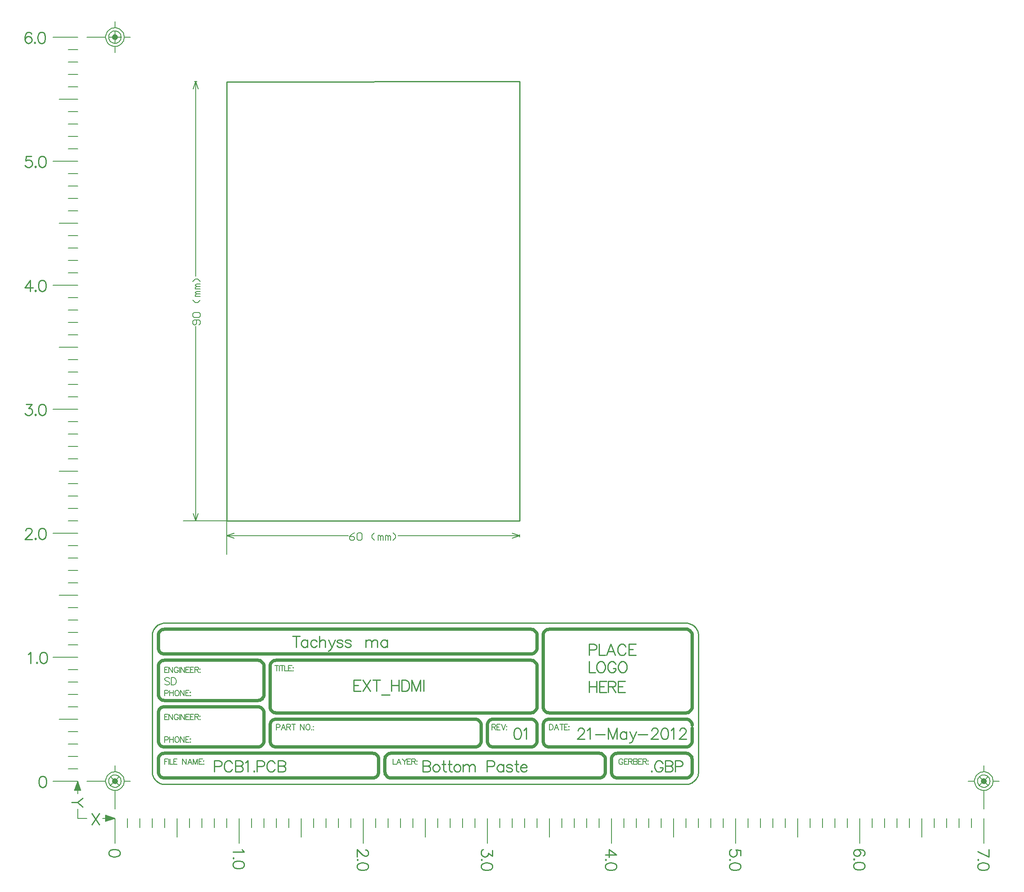
<source format=gbp>
%FSLAX44Y44*%
%MOMM*%
G71*
G01*
G75*
%ADD10R,0.5000X0.5000*%
%ADD11R,1.4000X1.2000*%
%ADD12R,0.5080X0.6350*%
%ADD13R,0.3000X0.9000*%
%ADD14R,0.9000X0.3000*%
%ADD15R,5.2000X5.2000*%
%ADD16R,1.6000X1.6000*%
%ADD17R,1.1000X0.6000*%
%ADD18R,6.7000X6.7000*%
%ADD19R,3.0000X1.6000*%
%ADD20R,2.6000X0.3000*%
%ADD21R,0.6350X0.5080*%
%ADD22R,0.6000X1.1000*%
%ADD23R,0.5000X1.0000*%
%ADD24C,0.5000*%
%ADD25C,0.3000*%
%ADD26C,0.2000*%
%ADD27C,0.2286*%
%ADD28C,0.6350*%
%ADD29C,0.2540*%
%ADD30C,0.2032*%
%ADD31C,0.2500*%
%ADD32C,0.1270*%
%ADD33C,0.1524*%
%ADD34C,2.4000*%
%ADD35R,1.6000X2.0000*%
%ADD36O,1.6000X2.0000*%
%ADD37C,6.0000*%
%ADD38C,2.3000*%
%ADD39C,3.3000*%
%ADD40C,2.0000*%
%ADD41R,2.0000X2.0000*%
%ADD42C,0.8000*%
%ADD43C,1.0000*%
%ADD44C,0.4000*%
D26*
X2559398Y1850218D02*
Y1855298D01*
X1959398Y1850218D02*
Y1855298D01*
X2544158Y1847678D02*
X2559398Y1852758D01*
X2544158Y1857838D02*
X2559398Y1852758D01*
X1959398D02*
X1974638Y1847678D01*
X1959398Y1852758D02*
X1974638Y1857838D01*
X2310437Y1852758D02*
X2559398D01*
X1959398D02*
X2208359D01*
X1959398Y1814658D02*
Y1883238D01*
X1893358Y2783238D02*
X1898438D01*
X1893358Y1883238D02*
X1898438D01*
X1895898Y2783238D02*
X1900978Y2767998D01*
X1890818D02*
X1895898Y2783238D01*
Y1883238D02*
X1900978Y1898478D01*
X1890818D02*
X1895898Y1883238D01*
Y2384277D02*
Y2783238D01*
Y1883238D02*
Y2282199D01*
X1870498Y1883238D02*
X1959398D01*
D27*
X2829166Y1371065D02*
X2828078Y1369977D01*
X2829166Y1368888D01*
X2830255Y1369977D01*
X2829166Y1371065D01*
X2851586Y1386302D02*
X2850497Y1388478D01*
X2848321Y1390655D01*
X2846144Y1391743D01*
X2841791D01*
X2839614Y1390655D01*
X2837437Y1388478D01*
X2836349Y1386302D01*
X2835261Y1383036D01*
Y1377595D01*
X2836349Y1374330D01*
X2837437Y1372153D01*
X2839614Y1369977D01*
X2841791Y1368888D01*
X2846144D01*
X2848321Y1369977D01*
X2850497Y1372153D01*
X2851586Y1374330D01*
Y1377595D01*
X2846144D02*
X2851586D01*
X2856810Y1391743D02*
Y1368888D01*
Y1391743D02*
X2866605D01*
X2869870Y1390655D01*
X2870958Y1389567D01*
X2872047Y1387390D01*
Y1385213D01*
X2870958Y1383036D01*
X2869870Y1381948D01*
X2866605Y1380860D01*
X2856810D02*
X2866605D01*
X2869870Y1379772D01*
X2870958Y1378683D01*
X2872047Y1376507D01*
Y1373241D01*
X2870958Y1371065D01*
X2869870Y1369977D01*
X2866605Y1368888D01*
X2856810D01*
X2877162Y1379772D02*
X2886957D01*
X2890222Y1380860D01*
X2891310Y1381948D01*
X2892398Y1384125D01*
Y1387390D01*
X2891310Y1389567D01*
X2890222Y1390655D01*
X2886957Y1391743D01*
X2877162D01*
Y1368888D01*
X2101636Y1647013D02*
Y1624158D01*
X2094018Y1647013D02*
X2109254D01*
X2125035Y1639395D02*
Y1624158D01*
Y1636130D02*
X2122859Y1638306D01*
X2120682Y1639395D01*
X2117417D01*
X2115240Y1638306D01*
X2113064Y1636130D01*
X2111975Y1632865D01*
Y1630688D01*
X2113064Y1627423D01*
X2115240Y1625246D01*
X2117417Y1624158D01*
X2120682D01*
X2122859Y1625246D01*
X2125035Y1627423D01*
X2144190Y1636130D02*
X2142013Y1638306D01*
X2139837Y1639395D01*
X2136572D01*
X2134395Y1638306D01*
X2132218Y1636130D01*
X2131130Y1632865D01*
Y1630688D01*
X2132218Y1627423D01*
X2134395Y1625246D01*
X2136572Y1624158D01*
X2139837D01*
X2142013Y1625246D01*
X2144190Y1627423D01*
X2149088Y1647013D02*
Y1624158D01*
Y1635042D02*
X2152353Y1638306D01*
X2154529Y1639395D01*
X2157794D01*
X2159971Y1638306D01*
X2161059Y1635042D01*
Y1624158D01*
X2168134Y1639395D02*
X2174664Y1624158D01*
X2181194Y1639395D02*
X2174664Y1624158D01*
X2172487Y1619805D01*
X2170310Y1617628D01*
X2168134Y1616540D01*
X2167045D01*
X2196974Y1636130D02*
X2195886Y1638306D01*
X2192621Y1639395D01*
X2189356D01*
X2186091Y1638306D01*
X2185003Y1636130D01*
X2186091Y1633953D01*
X2188268Y1632865D01*
X2193709Y1631776D01*
X2195886Y1630688D01*
X2196974Y1628512D01*
Y1627423D01*
X2195886Y1625246D01*
X2192621Y1624158D01*
X2189356D01*
X2186091Y1625246D01*
X2185003Y1627423D01*
X2213735Y1636130D02*
X2212646Y1638306D01*
X2209382Y1639395D01*
X2206116D01*
X2202852Y1638306D01*
X2201763Y1636130D01*
X2202852Y1633953D01*
X2205028Y1632865D01*
X2210470Y1631776D01*
X2212646Y1630688D01*
X2213735Y1628512D01*
Y1627423D01*
X2212646Y1625246D01*
X2209382Y1624158D01*
X2206116D01*
X2202852Y1625246D01*
X2201763Y1627423D01*
X2243664Y1639395D02*
Y1624158D01*
Y1635042D02*
X2246929Y1638306D01*
X2249106Y1639395D01*
X2252371D01*
X2254548Y1638306D01*
X2255636Y1635042D01*
Y1624158D01*
Y1635042D02*
X2258901Y1638306D01*
X2261078Y1639395D01*
X2264343D01*
X2266519Y1638306D01*
X2267608Y1635042D01*
Y1624158D01*
X2287851Y1639395D02*
Y1624158D01*
Y1636130D02*
X2285674Y1638306D01*
X2283497Y1639395D01*
X2280232D01*
X2278056Y1638306D01*
X2275879Y1636130D01*
X2274791Y1632865D01*
Y1630688D01*
X2275879Y1627423D01*
X2278056Y1625246D01*
X2280232Y1624158D01*
X2283497D01*
X2285674Y1625246D01*
X2287851Y1627423D01*
X2233896Y1556843D02*
X2219748D01*
Y1533988D01*
X2233896D01*
X2219748Y1545960D02*
X2228454D01*
X2237705Y1556843D02*
X2252942Y1533988D01*
Y1556843D02*
X2237705Y1533988D01*
X2265676Y1556843D02*
Y1533988D01*
X2258057Y1556843D02*
X2273294D01*
X2276015Y1526370D02*
X2293428D01*
X2296367Y1556843D02*
Y1533988D01*
X2311603Y1556843D02*
Y1533988D01*
X2296367Y1545960D02*
X2311603D01*
X2317916Y1556843D02*
Y1533988D01*
Y1556843D02*
X2325534D01*
X2328799Y1555755D01*
X2330976Y1553578D01*
X2332064Y1551402D01*
X2333152Y1548136D01*
Y1542695D01*
X2332064Y1539430D01*
X2330976Y1537253D01*
X2328799Y1535076D01*
X2325534Y1533988D01*
X2317916D01*
X2338268Y1556843D02*
Y1533988D01*
Y1556843D02*
X2346974Y1533988D01*
X2355681Y1556843D02*
X2346974Y1533988D01*
X2355681Y1556843D02*
Y1533988D01*
X2362211Y1556843D02*
Y1533988D01*
X1933998Y1379772D02*
X1943793D01*
X1947058Y1380860D01*
X1948146Y1381948D01*
X1949234Y1384125D01*
Y1387390D01*
X1948146Y1389567D01*
X1947058Y1390655D01*
X1943793Y1391743D01*
X1933998D01*
Y1368888D01*
X1970675Y1386302D02*
X1969586Y1388478D01*
X1967410Y1390655D01*
X1965233Y1391743D01*
X1960880D01*
X1958703Y1390655D01*
X1956526Y1388478D01*
X1955438Y1386302D01*
X1954350Y1383036D01*
Y1377595D01*
X1955438Y1374330D01*
X1956526Y1372153D01*
X1958703Y1369977D01*
X1960880Y1368888D01*
X1965233D01*
X1967410Y1369977D01*
X1969586Y1372153D01*
X1970675Y1374330D01*
X1977096Y1391743D02*
Y1368888D01*
Y1391743D02*
X1986891D01*
X1990156Y1390655D01*
X1991244Y1389567D01*
X1992333Y1387390D01*
Y1385213D01*
X1991244Y1383036D01*
X1990156Y1381948D01*
X1986891Y1380860D01*
X1977096D02*
X1986891D01*
X1990156Y1379772D01*
X1991244Y1378683D01*
X1992333Y1376507D01*
Y1373241D01*
X1991244Y1371065D01*
X1990156Y1369977D01*
X1986891Y1368888D01*
X1977096D01*
X1997448Y1387390D02*
X1999624Y1388478D01*
X2002890Y1391743D01*
Y1368888D01*
X2015297Y1371065D02*
X2014208Y1369977D01*
X2015297Y1368888D01*
X2016385Y1369977D01*
X2015297Y1371065D01*
X2021391Y1379772D02*
X2031186D01*
X2034451Y1380860D01*
X2035540Y1381948D01*
X2036628Y1384125D01*
Y1387390D01*
X2035540Y1389567D01*
X2034451Y1390655D01*
X2031186Y1391743D01*
X2021391D01*
Y1368888D01*
X2058068Y1386302D02*
X2056980Y1388478D01*
X2054803Y1390655D01*
X2052627Y1391743D01*
X2048273D01*
X2046096Y1390655D01*
X2043920Y1388478D01*
X2042832Y1386302D01*
X2041743Y1383036D01*
Y1377595D01*
X2042832Y1374330D01*
X2043920Y1372153D01*
X2046096Y1369977D01*
X2048273Y1368888D01*
X2052627D01*
X2054803Y1369977D01*
X2056980Y1372153D01*
X2058068Y1374330D01*
X2064489Y1391743D02*
Y1368888D01*
Y1391743D02*
X2074285D01*
X2077549Y1390655D01*
X2078638Y1389567D01*
X2079726Y1387390D01*
Y1385213D01*
X2078638Y1383036D01*
X2077549Y1381948D01*
X2074285Y1380860D01*
X2064489D02*
X2074285D01*
X2077549Y1379772D01*
X2078638Y1378683D01*
X2079726Y1376507D01*
Y1373241D01*
X2078638Y1371065D01*
X2077549Y1369977D01*
X2074285Y1368888D01*
X2064489D01*
X2360718Y1391743D02*
Y1368888D01*
Y1391743D02*
X2370513D01*
X2373778Y1390655D01*
X2374866Y1389567D01*
X2375954Y1387390D01*
Y1385213D01*
X2374866Y1383036D01*
X2373778Y1381948D01*
X2370513Y1380860D01*
X2360718D02*
X2370513D01*
X2373778Y1379772D01*
X2374866Y1378683D01*
X2375954Y1376507D01*
Y1373241D01*
X2374866Y1371065D01*
X2373778Y1369977D01*
X2370513Y1368888D01*
X2360718D01*
X2386511Y1384125D02*
X2384335Y1383036D01*
X2382158Y1380860D01*
X2381070Y1377595D01*
Y1375418D01*
X2382158Y1372153D01*
X2384335Y1369977D01*
X2386511Y1368888D01*
X2389776D01*
X2391953Y1369977D01*
X2394130Y1372153D01*
X2395218Y1375418D01*
Y1377595D01*
X2394130Y1380860D01*
X2391953Y1383036D01*
X2389776Y1384125D01*
X2386511D01*
X2403489Y1391743D02*
Y1373241D01*
X2404578Y1369977D01*
X2406754Y1368888D01*
X2408931D01*
X2400224Y1384125D02*
X2407843D01*
X2415461Y1391743D02*
Y1373241D01*
X2416549Y1369977D01*
X2418726Y1368888D01*
X2420903D01*
X2412196Y1384125D02*
X2419814D01*
X2429610D02*
X2427433Y1383036D01*
X2425256Y1380860D01*
X2424168Y1377595D01*
Y1375418D01*
X2425256Y1372153D01*
X2427433Y1369977D01*
X2429610Y1368888D01*
X2432874D01*
X2435051Y1369977D01*
X2437228Y1372153D01*
X2438316Y1375418D01*
Y1377595D01*
X2437228Y1380860D01*
X2435051Y1383036D01*
X2432874Y1384125D01*
X2429610D01*
X2443323D02*
Y1368888D01*
Y1379772D02*
X2446588Y1383036D01*
X2448764Y1384125D01*
X2452029D01*
X2454206Y1383036D01*
X2455294Y1379772D01*
Y1368888D01*
Y1379772D02*
X2458559Y1383036D01*
X2460736Y1384125D01*
X2464001D01*
X2466178Y1383036D01*
X2467266Y1379772D01*
Y1368888D01*
X2492407Y1379772D02*
X2502202D01*
X2505467Y1380860D01*
X2506555Y1381948D01*
X2507643Y1384125D01*
Y1387390D01*
X2506555Y1389567D01*
X2505467Y1390655D01*
X2502202Y1391743D01*
X2492407D01*
Y1368888D01*
X2525819Y1384125D02*
Y1368888D01*
Y1380860D02*
X2523642Y1383036D01*
X2521465Y1384125D01*
X2518200D01*
X2516024Y1383036D01*
X2513847Y1380860D01*
X2512759Y1377595D01*
Y1375418D01*
X2513847Y1372153D01*
X2516024Y1369977D01*
X2518200Y1368888D01*
X2521465D01*
X2523642Y1369977D01*
X2525819Y1372153D01*
X2543885Y1380860D02*
X2542797Y1383036D01*
X2539532Y1384125D01*
X2536267D01*
X2533002Y1383036D01*
X2531913Y1380860D01*
X2533002Y1378683D01*
X2535178Y1377595D01*
X2540620Y1376507D01*
X2542797Y1375418D01*
X2543885Y1373241D01*
Y1372153D01*
X2542797Y1369977D01*
X2539532Y1368888D01*
X2536267D01*
X2533002Y1369977D01*
X2531913Y1372153D01*
X2551939Y1391743D02*
Y1373241D01*
X2553027Y1369977D01*
X2555204Y1368888D01*
X2557380D01*
X2548674Y1384125D02*
X2556292D01*
X2560645Y1377595D02*
X2573705D01*
Y1379772D01*
X2572617Y1381948D01*
X2571529Y1383036D01*
X2569352Y1384125D01*
X2566087D01*
X2563911Y1383036D01*
X2561734Y1380860D01*
X2560645Y1377595D01*
Y1375418D01*
X2561734Y1372153D01*
X2563911Y1369977D01*
X2566087Y1368888D01*
X2569352D01*
X2571529Y1369977D01*
X2573705Y1372153D01*
X2553303Y1458418D02*
X2550038Y1457330D01*
X2547861Y1454065D01*
X2546773Y1448623D01*
Y1445358D01*
X2547861Y1439917D01*
X2550038Y1436651D01*
X2553303Y1435563D01*
X2555479D01*
X2558744Y1436651D01*
X2560921Y1439917D01*
X2562009Y1445358D01*
Y1448623D01*
X2560921Y1454065D01*
X2558744Y1457330D01*
X2555479Y1458418D01*
X2553303D01*
X2567125Y1454065D02*
X2569301Y1455153D01*
X2572566Y1458418D01*
Y1435563D01*
X2701078Y1618531D02*
X2710873D01*
X2714138Y1619620D01*
X2715226Y1620708D01*
X2716314Y1622885D01*
Y1626150D01*
X2715226Y1628327D01*
X2714138Y1629415D01*
X2710873Y1630503D01*
X2701078D01*
Y1607648D01*
X2721430Y1630503D02*
Y1607648D01*
X2734490D01*
X2754406D02*
X2745699Y1630503D01*
X2736993Y1607648D01*
X2740258Y1615267D02*
X2751141D01*
X2776064Y1625061D02*
X2774976Y1627238D01*
X2772799Y1629415D01*
X2770623Y1630503D01*
X2766269D01*
X2764092Y1629415D01*
X2761916Y1627238D01*
X2760827Y1625061D01*
X2759739Y1621797D01*
Y1616355D01*
X2760827Y1613090D01*
X2761916Y1610913D01*
X2764092Y1608737D01*
X2766269Y1607648D01*
X2770623D01*
X2772799Y1608737D01*
X2774976Y1610913D01*
X2776064Y1613090D01*
X2796634Y1630503D02*
X2782485D01*
Y1607648D01*
X2796634D01*
X2782485Y1619620D02*
X2791192D01*
X2701078Y1594943D02*
Y1572088D01*
X2714138D01*
X2723171Y1594943D02*
X2720994Y1593855D01*
X2718818Y1591678D01*
X2717729Y1589501D01*
X2716641Y1586237D01*
Y1580795D01*
X2717729Y1577530D01*
X2718818Y1575353D01*
X2720994Y1573177D01*
X2723171Y1572088D01*
X2727524D01*
X2729701Y1573177D01*
X2731878Y1575353D01*
X2732966Y1577530D01*
X2734054Y1580795D01*
Y1586237D01*
X2732966Y1589501D01*
X2731878Y1591678D01*
X2729701Y1593855D01*
X2727524Y1594943D01*
X2723171D01*
X2755712Y1589501D02*
X2754624Y1591678D01*
X2752447Y1593855D01*
X2750271Y1594943D01*
X2745917D01*
X2743741Y1593855D01*
X2741564Y1591678D01*
X2740475Y1589501D01*
X2739387Y1586237D01*
Y1580795D01*
X2740475Y1577530D01*
X2741564Y1575353D01*
X2743741Y1573177D01*
X2745917Y1572088D01*
X2750271D01*
X2752447Y1573177D01*
X2754624Y1575353D01*
X2755712Y1577530D01*
Y1580795D01*
X2750271D02*
X2755712D01*
X2767466Y1594943D02*
X2765290Y1593855D01*
X2763113Y1591678D01*
X2762025Y1589501D01*
X2760936Y1586237D01*
Y1580795D01*
X2762025Y1577530D01*
X2763113Y1575353D01*
X2765290Y1573177D01*
X2767466Y1572088D01*
X2771820D01*
X2773996Y1573177D01*
X2776173Y1575353D01*
X2777261Y1577530D01*
X2778350Y1580795D01*
Y1586237D01*
X2777261Y1589501D01*
X2776173Y1591678D01*
X2773996Y1593855D01*
X2771820Y1594943D01*
X2767466D01*
X2701078Y1554303D02*
Y1531448D01*
X2716314Y1554303D02*
Y1531448D01*
X2701078Y1543420D02*
X2716314D01*
X2736775Y1554303D02*
X2722627D01*
Y1531448D01*
X2736775D01*
X2722627Y1543420D02*
X2731334D01*
X2740584Y1554303D02*
Y1531448D01*
Y1554303D02*
X2750379D01*
X2753644Y1553215D01*
X2754733Y1552127D01*
X2755821Y1549950D01*
Y1547773D01*
X2754733Y1545596D01*
X2753644Y1544508D01*
X2750379Y1543420D01*
X2740584D01*
X2748203D02*
X2755821Y1531448D01*
X2775085Y1554303D02*
X2760936D01*
Y1531448D01*
X2775085D01*
X2760936Y1543420D02*
X2769643D01*
X2678036Y1452977D02*
Y1454065D01*
X2679124Y1456242D01*
X2680213Y1457330D01*
X2682390Y1458418D01*
X2686743D01*
X2688919Y1457330D01*
X2690008Y1456242D01*
X2691096Y1454065D01*
Y1451888D01*
X2690008Y1449711D01*
X2687831Y1446447D01*
X2676948Y1435563D01*
X2692184D01*
X2697299Y1454065D02*
X2699476Y1455153D01*
X2702741Y1458418D01*
Y1435563D01*
X2714060Y1445358D02*
X2733650D01*
X2740398Y1458418D02*
Y1435563D01*
Y1458418D02*
X2749105Y1435563D01*
X2757811Y1458418D02*
X2749105Y1435563D01*
X2757811Y1458418D02*
Y1435563D01*
X2777401Y1450800D02*
Y1435563D01*
Y1447535D02*
X2775225Y1449711D01*
X2773048Y1450800D01*
X2769783D01*
X2767606Y1449711D01*
X2765430Y1447535D01*
X2764341Y1444270D01*
Y1442093D01*
X2765430Y1438828D01*
X2767606Y1436651D01*
X2769783Y1435563D01*
X2773048D01*
X2775225Y1436651D01*
X2777401Y1438828D01*
X2784584Y1450800D02*
X2791115Y1435563D01*
X2797644Y1450800D02*
X2791115Y1435563D01*
X2788938Y1431210D01*
X2786761Y1429033D01*
X2784584Y1427945D01*
X2783496D01*
X2801454Y1445358D02*
X2821044D01*
X2828880Y1452977D02*
Y1454065D01*
X2829968Y1456242D01*
X2831057Y1457330D01*
X2833233Y1458418D01*
X2837586D01*
X2839763Y1457330D01*
X2840851Y1456242D01*
X2841940Y1454065D01*
Y1451888D01*
X2840851Y1449711D01*
X2838675Y1446447D01*
X2827791Y1435563D01*
X2843028D01*
X2854673Y1458418D02*
X2851408Y1457330D01*
X2849232Y1454065D01*
X2848143Y1448623D01*
Y1445358D01*
X2849232Y1439917D01*
X2851408Y1436651D01*
X2854673Y1435563D01*
X2856850D01*
X2860115Y1436651D01*
X2862292Y1439917D01*
X2863380Y1445358D01*
Y1448623D01*
X2862292Y1454065D01*
X2860115Y1457330D01*
X2856850Y1458418D01*
X2854673D01*
X2868495Y1454065D02*
X2870672Y1455153D01*
X2873937Y1458418D01*
Y1435563D01*
X2886344Y1452977D02*
Y1454065D01*
X2887432Y1456242D01*
X2888521Y1457330D01*
X2890697Y1458418D01*
X2895051D01*
X2897227Y1457330D01*
X2898316Y1456242D01*
X2899404Y1454065D01*
Y1451888D01*
X2898316Y1449711D01*
X2896139Y1446447D01*
X2885256Y1435563D01*
X2900492D01*
X1664753Y1314913D02*
X1653869Y1306206D01*
X1641898D01*
X1664753Y1297500D02*
X1653869Y1306206D01*
X1683173Y1283793D02*
X1698409Y1260938D01*
Y1283793D02*
X1683173Y1260938D01*
X3261688Y1197078D02*
X3263864Y1198166D01*
X3264953Y1201431D01*
Y1203608D01*
X3263864Y1206873D01*
X3260599Y1209050D01*
X3255158Y1210138D01*
X3249716D01*
X3245363Y1209050D01*
X3243186Y1206873D01*
X3242098Y1203608D01*
Y1202520D01*
X3243186Y1199255D01*
X3245363Y1197078D01*
X3248628Y1195990D01*
X3249716D01*
X3252981Y1197078D01*
X3255158Y1199255D01*
X3256246Y1202520D01*
Y1203608D01*
X3255158Y1206873D01*
X3252981Y1209050D01*
X3249716Y1210138D01*
X3244274Y1189895D02*
X3243186Y1190983D01*
X3242098Y1189895D01*
X3243186Y1188807D01*
X3244274Y1189895D01*
X3264953Y1177270D02*
X3263864Y1180535D01*
X3260599Y1182712D01*
X3255158Y1183800D01*
X3251893D01*
X3246451Y1182712D01*
X3243186Y1180535D01*
X3242098Y1177270D01*
Y1175094D01*
X3243186Y1171829D01*
X3246451Y1169652D01*
X3251893Y1168564D01*
X3255158D01*
X3260599Y1169652D01*
X3263864Y1171829D01*
X3264953Y1175094D01*
Y1177270D01*
X2756953Y1199255D02*
X2741716Y1210138D01*
Y1193813D01*
X2756953Y1199255D02*
X2734098D01*
X2736274Y1188698D02*
X2735186Y1189786D01*
X2734098Y1188698D01*
X2735186Y1187609D01*
X2736274Y1188698D01*
X2756953Y1176073D02*
X2755864Y1179338D01*
X2752599Y1181515D01*
X2747158Y1182603D01*
X2743893D01*
X2738451Y1181515D01*
X2735186Y1179338D01*
X2734098Y1176073D01*
Y1173896D01*
X2735186Y1170631D01*
X2738451Y1168455D01*
X2743893Y1167366D01*
X2747158D01*
X2752599Y1168455D01*
X2755864Y1170631D01*
X2756953Y1173896D01*
Y1176073D01*
X2243511Y1209050D02*
X2244599D01*
X2246776Y1207962D01*
X2247864Y1206873D01*
X2248953Y1204696D01*
Y1200343D01*
X2247864Y1198166D01*
X2246776Y1197078D01*
X2244599Y1195990D01*
X2242423D01*
X2240246Y1197078D01*
X2236981Y1199255D01*
X2226098Y1210138D01*
Y1194901D01*
X2228274Y1188698D02*
X2227186Y1189786D01*
X2226098Y1188698D01*
X2227186Y1187609D01*
X2228274Y1188698D01*
X2248953Y1176073D02*
X2247864Y1179338D01*
X2244599Y1181515D01*
X2239158Y1182603D01*
X2235893D01*
X2230451Y1181515D01*
X2227186Y1179338D01*
X2226098Y1176073D01*
Y1173896D01*
X2227186Y1170631D01*
X2230451Y1168455D01*
X2235893Y1167366D01*
X2239158D01*
X2244599Y1168455D01*
X2247864Y1170631D01*
X2248953Y1173896D01*
Y1176073D01*
X1740953Y1203608D02*
X1739864Y1206873D01*
X1736599Y1209050D01*
X1731158Y1210138D01*
X1727893D01*
X1722451Y1209050D01*
X1719186Y1206873D01*
X1718098Y1203608D01*
Y1201431D01*
X1719186Y1198166D01*
X1722451Y1195990D01*
X1727893Y1194901D01*
X1731158D01*
X1736599Y1195990D01*
X1739864Y1198166D01*
X1740953Y1201431D01*
Y1203608D01*
X1990599Y1210138D02*
X1991688Y1207962D01*
X1994953Y1204696D01*
X1972098D01*
X1974274Y1192289D02*
X1973186Y1193378D01*
X1972098Y1192289D01*
X1973186Y1191201D01*
X1974274Y1192289D01*
X1994953Y1179665D02*
X1993864Y1182930D01*
X1990599Y1185106D01*
X1985158Y1186195D01*
X1981893D01*
X1976451Y1185106D01*
X1973186Y1182930D01*
X1972098Y1179665D01*
Y1177488D01*
X1973186Y1174223D01*
X1976451Y1172046D01*
X1981893Y1170958D01*
X1985158D01*
X1990599Y1172046D01*
X1993864Y1174223D01*
X1994953Y1177488D01*
Y1179665D01*
X2502953Y1207962D02*
Y1195990D01*
X2494246Y1202520D01*
Y1199255D01*
X2493158Y1197078D01*
X2492069Y1195990D01*
X2488804Y1194901D01*
X2486628D01*
X2483363Y1195990D01*
X2481186Y1198166D01*
X2480098Y1201431D01*
Y1204696D01*
X2481186Y1207962D01*
X2482274Y1209050D01*
X2484451Y1210138D01*
X2482274Y1188698D02*
X2481186Y1189786D01*
X2480098Y1188698D01*
X2481186Y1187609D01*
X2482274Y1188698D01*
X2502953Y1176073D02*
X2501864Y1179338D01*
X2498599Y1181515D01*
X2493158Y1182603D01*
X2489893D01*
X2484451Y1181515D01*
X2481186Y1179338D01*
X2480098Y1176073D01*
Y1173896D01*
X2481186Y1170631D01*
X2484451Y1168455D01*
X2489893Y1167366D01*
X2493158D01*
X2498599Y1168455D01*
X2501864Y1170631D01*
X2502953Y1173896D01*
Y1176073D01*
X3010953Y1197078D02*
Y1207962D01*
X3001158Y1209050D01*
X3002246Y1207962D01*
X3003334Y1204696D01*
Y1201431D01*
X3002246Y1198166D01*
X3000069Y1195990D01*
X2996805Y1194901D01*
X2994628D01*
X2991363Y1195990D01*
X2989186Y1198166D01*
X2988098Y1201431D01*
Y1204696D01*
X2989186Y1207962D01*
X2990274Y1209050D01*
X2992451Y1210138D01*
X2990274Y1188698D02*
X2989186Y1189786D01*
X2988098Y1188698D01*
X2989186Y1187609D01*
X2990274Y1188698D01*
X3010953Y1176073D02*
X3009865Y1179338D01*
X3006599Y1181515D01*
X3001158Y1182603D01*
X2997893D01*
X2992451Y1181515D01*
X2989186Y1179338D01*
X2988098Y1176073D01*
Y1173896D01*
X2989186Y1170631D01*
X2992451Y1168455D01*
X2997893Y1167366D01*
X3001158D01*
X3006599Y1168455D01*
X3009865Y1170631D01*
X3010953Y1173896D01*
Y1176073D01*
X3518953Y1194901D02*
X3496098Y1205785D01*
X3518953Y1210138D02*
Y1194901D01*
X3498275Y1188698D02*
X3497186Y1189786D01*
X3496098Y1188698D01*
X3497186Y1187609D01*
X3498275Y1188698D01*
X3518953Y1176073D02*
X3517864Y1179338D01*
X3514599Y1181515D01*
X3509158Y1182603D01*
X3505893D01*
X3500451Y1181515D01*
X3497186Y1179338D01*
X3496098Y1176073D01*
Y1173896D01*
X3497186Y1170631D01*
X3500451Y1168455D01*
X3505893Y1167366D01*
X3509158D01*
X3514599Y1168455D01*
X3517864Y1170631D01*
X3518953Y1173896D01*
Y1176073D01*
X1559708Y2629993D02*
X1548824D01*
X1547736Y2620198D01*
X1548824Y2621287D01*
X1552089Y2622375D01*
X1555354D01*
X1558619Y2621287D01*
X1560796Y2619110D01*
X1561884Y2615845D01*
Y2613668D01*
X1560796Y2610403D01*
X1558619Y2608227D01*
X1555354Y2607138D01*
X1552089D01*
X1548824Y2608227D01*
X1547736Y2609315D01*
X1546648Y2611491D01*
X1568088Y2609315D02*
X1567000Y2608227D01*
X1568088Y2607138D01*
X1569176Y2608227D01*
X1568088Y2609315D01*
X1580713Y2629993D02*
X1577448Y2628905D01*
X1575271Y2625640D01*
X1574183Y2620198D01*
Y2616933D01*
X1575271Y2611491D01*
X1577448Y2608227D01*
X1580713Y2607138D01*
X1582889D01*
X1586154Y2608227D01*
X1588331Y2611491D01*
X1589419Y2616933D01*
Y2620198D01*
X1588331Y2625640D01*
X1586154Y2628905D01*
X1582889Y2629993D01*
X1580713D01*
X1548824Y2121993D02*
X1560796D01*
X1554266Y2113286D01*
X1557531D01*
X1559708Y2112198D01*
X1560796Y2111110D01*
X1561884Y2107845D01*
Y2105668D01*
X1560796Y2102403D01*
X1558619Y2100226D01*
X1555354Y2099138D01*
X1552089D01*
X1548824Y2100226D01*
X1547736Y2101315D01*
X1546648Y2103492D01*
X1568088Y2101315D02*
X1567000Y2100226D01*
X1568088Y2099138D01*
X1569176Y2100226D01*
X1568088Y2101315D01*
X1580713Y2121993D02*
X1577448Y2120905D01*
X1575271Y2117640D01*
X1574183Y2112198D01*
Y2108933D01*
X1575271Y2103492D01*
X1577448Y2100226D01*
X1580713Y2099138D01*
X1582889D01*
X1586154Y2100226D01*
X1588331Y2103492D01*
X1589419Y2108933D01*
Y2112198D01*
X1588331Y2117640D01*
X1586154Y2120905D01*
X1582889Y2121993D01*
X1580713D01*
X1552998Y1609640D02*
X1555174Y1610728D01*
X1558439Y1613993D01*
Y1591138D01*
X1570846Y1593315D02*
X1569758Y1592227D01*
X1570846Y1591138D01*
X1571935Y1592227D01*
X1570846Y1593315D01*
X1583471Y1613993D02*
X1580206Y1612905D01*
X1578029Y1609640D01*
X1576941Y1604198D01*
Y1600933D01*
X1578029Y1595491D01*
X1580206Y1592227D01*
X1583471Y1591138D01*
X1585648D01*
X1588913Y1592227D01*
X1591089Y1595491D01*
X1592178Y1600933D01*
Y1604198D01*
X1591089Y1609640D01*
X1588913Y1612905D01*
X1585648Y1613993D01*
X1583471D01*
X1581753Y1359993D02*
X1578488Y1358905D01*
X1576311Y1355640D01*
X1575223Y1350198D01*
Y1346933D01*
X1576311Y1341492D01*
X1578488Y1338226D01*
X1581753Y1337138D01*
X1583929D01*
X1587194Y1338226D01*
X1589371Y1341492D01*
X1590459Y1346933D01*
Y1350198D01*
X1589371Y1355640D01*
X1587194Y1358905D01*
X1583929Y1359993D01*
X1581753D01*
X1547736Y1862552D02*
Y1863640D01*
X1548824Y1865817D01*
X1549913Y1866905D01*
X1552089Y1867993D01*
X1556443D01*
X1558619Y1866905D01*
X1559708Y1865817D01*
X1560796Y1863640D01*
Y1861463D01*
X1559708Y1859286D01*
X1557531Y1856022D01*
X1546648Y1845138D01*
X1561884D01*
X1568088Y1847315D02*
X1567000Y1846227D01*
X1568088Y1845138D01*
X1569176Y1846227D01*
X1568088Y1847315D01*
X1580713Y1867993D02*
X1577448Y1866905D01*
X1575271Y1863640D01*
X1574183Y1858198D01*
Y1854933D01*
X1575271Y1849491D01*
X1577448Y1846227D01*
X1580713Y1845138D01*
X1582889D01*
X1586154Y1846227D01*
X1588331Y1849491D01*
X1589419Y1854933D01*
Y1858198D01*
X1588331Y1863640D01*
X1586154Y1866905D01*
X1582889Y1867993D01*
X1580713D01*
X1557531Y2375993D02*
X1546648Y2360757D01*
X1562973D01*
X1557531Y2375993D02*
Y2353138D01*
X1568088Y2355315D02*
X1567000Y2354227D01*
X1568088Y2353138D01*
X1569176Y2354227D01*
X1568088Y2355315D01*
X1580713Y2375993D02*
X1577448Y2374905D01*
X1575271Y2371640D01*
X1574183Y2366198D01*
Y2362933D01*
X1575271Y2357491D01*
X1577448Y2354227D01*
X1580713Y2353138D01*
X1582889D01*
X1586154Y2354227D01*
X1588331Y2357491D01*
X1589419Y2362933D01*
Y2366198D01*
X1588331Y2371640D01*
X1586154Y2374905D01*
X1582889Y2375993D01*
X1580713D01*
X1559708Y2880728D02*
X1558619Y2882905D01*
X1555354Y2883993D01*
X1553178D01*
X1549913Y2882905D01*
X1547736Y2879640D01*
X1546648Y2874198D01*
Y2868756D01*
X1547736Y2864403D01*
X1549913Y2862227D01*
X1553178Y2861138D01*
X1554266D01*
X1557531Y2862227D01*
X1559708Y2864403D01*
X1560796Y2867668D01*
Y2868756D01*
X1559708Y2872021D01*
X1557531Y2874198D01*
X1554266Y2875287D01*
X1553178D01*
X1549913Y2874198D01*
X1547736Y2872021D01*
X1546648Y2868756D01*
X1566891Y2863315D02*
X1565802Y2862227D01*
X1566891Y2861138D01*
X1567979Y2862227D01*
X1566891Y2863315D01*
X1579516Y2883993D02*
X1576250Y2882905D01*
X1574074Y2879640D01*
X1572986Y2874198D01*
Y2870933D01*
X1574074Y2865492D01*
X1576250Y2862227D01*
X1579516Y2861138D01*
X1581692D01*
X1584957Y2862227D01*
X1587134Y2865492D01*
X1588222Y2870933D01*
Y2874198D01*
X1587134Y2879640D01*
X1584957Y2882905D01*
X1581692Y2883993D01*
X1579516D01*
D28*
X2270548Y1394288D02*
X2270304Y1396766D01*
X2269581Y1399148D01*
X2268407Y1401344D01*
X2266828Y1403268D01*
X2264903Y1404848D01*
X2262708Y1406021D01*
X2260325Y1406744D01*
X2257848Y1406988D01*
X2258143Y1356187D02*
X2260604Y1356395D01*
X2262973Y1357094D01*
X2265153Y1358255D01*
X2267054Y1359833D01*
X2268597Y1361761D01*
X2269721Y1363960D01*
X2270379Y1366341D01*
X2270543Y1368806D01*
X2295948Y1406988D02*
X2293470Y1406744D01*
X2291088Y1406021D01*
X2288892Y1404848D01*
X2286967Y1403268D01*
X2285388Y1401344D01*
X2284214Y1399148D01*
X2283492Y1396766D01*
X2283248Y1394288D01*
Y1368888D02*
X2283486Y1366438D01*
X2284193Y1364079D01*
X2285342Y1361902D01*
X2286889Y1359987D01*
X2288777Y1358406D01*
X2290934Y1357220D01*
X2293280Y1356472D01*
X2295726Y1356190D01*
X2734098Y1394288D02*
X2733854Y1396766D01*
X2733131Y1399148D01*
X2731957Y1401344D01*
X2730378Y1403268D01*
X2728453Y1404848D01*
X2726258Y1406021D01*
X2723875Y1406744D01*
X2721398Y1406988D01*
X2721693Y1356187D02*
X2724154Y1356395D01*
X2726523Y1357094D01*
X2728703Y1358255D01*
X2730604Y1359833D01*
X2732148Y1361761D01*
X2733271Y1363960D01*
X2733929Y1366341D01*
X2734093Y1368806D01*
X2746798Y1368634D02*
X2747042Y1366179D01*
X2747766Y1363821D01*
X2748941Y1361652D01*
X2750520Y1359757D01*
X2752442Y1358211D01*
X2754632Y1357074D01*
X2757002Y1356392D01*
X2759461Y1356190D01*
X2759498Y1406988D02*
X2757020Y1406744D01*
X2754637Y1406021D01*
X2752442Y1404848D01*
X2750517Y1403268D01*
X2748938Y1401344D01*
X2747764Y1399148D01*
X2747042Y1396766D01*
X2746798Y1394288D01*
X2035598Y1585042D02*
X2035358Y1587470D01*
X2034650Y1589805D01*
X2033500Y1591957D01*
X2031952Y1593843D01*
X2030066Y1595391D01*
X2027915Y1596541D01*
X2025580Y1597249D01*
X2023152Y1597488D01*
X2023406Y1514938D02*
X2025784Y1515172D01*
X2028071Y1515866D01*
X2030179Y1516993D01*
X2032027Y1518509D01*
X2033543Y1520357D01*
X2034670Y1522464D01*
X2035363Y1524752D01*
X2035598Y1527130D01*
Y1489792D02*
X2035348Y1492274D01*
X2034608Y1494655D01*
X2033409Y1496842D01*
X2031797Y1498745D01*
X2029839Y1500289D01*
X2027612Y1501411D01*
X2025206Y1502068D01*
X2022717Y1502231D01*
X2048298Y1501984D02*
X2048537Y1499556D01*
X2049245Y1497221D01*
X2050395Y1495069D01*
X2051943Y1493183D01*
X2053829Y1491636D01*
X2055981Y1490486D01*
X2058316Y1489777D01*
X2060744Y1489538D01*
X2048298Y1432134D02*
X2048537Y1429706D01*
X2049245Y1427371D01*
X2050395Y1425220D01*
X2051943Y1423333D01*
X2053829Y1421786D01*
X2055981Y1420636D01*
X2058316Y1419927D01*
X2060744Y1419688D01*
X2023152D02*
X2025580Y1419927D01*
X2027915Y1420636D01*
X2030066Y1421786D01*
X2031952Y1423333D01*
X2033500Y1425220D01*
X2034650Y1427371D01*
X2035358Y1429706D01*
X2035598Y1432134D01*
X2480098Y1464392D02*
X2479859Y1466820D01*
X2479150Y1469155D01*
X2478000Y1471307D01*
X2476452Y1473193D01*
X2474566Y1474741D01*
X2472415Y1475891D01*
X2470080Y1476599D01*
X2467652Y1476838D01*
Y1419688D02*
X2470106Y1419933D01*
X2472465Y1420656D01*
X2474634Y1421831D01*
X2476529Y1423411D01*
X2478075Y1425333D01*
X2479212Y1427522D01*
X2479894Y1429893D01*
X2480096Y1432351D01*
X2492798Y1432642D02*
X2493041Y1430143D01*
X2493762Y1427737D01*
X2494934Y1425516D01*
X2496512Y1423563D01*
X2498438Y1421950D01*
X2500638Y1420740D01*
X2503031Y1419977D01*
X2505526Y1419690D01*
X2504990Y1476838D02*
X2502533Y1476588D01*
X2500177Y1475848D01*
X2498018Y1474648D01*
X2496146Y1473039D01*
X2494636Y1471084D01*
X2493551Y1468866D01*
X2492936Y1466474D01*
X2492814Y1464008D01*
X2060998Y1476838D02*
X2058520Y1476594D01*
X2056138Y1475871D01*
X2053942Y1474698D01*
X2052017Y1473118D01*
X2050438Y1471194D01*
X2049264Y1468998D01*
X2048542Y1466616D01*
X2048298Y1464138D01*
X2060998Y1597488D02*
X2058520Y1597244D01*
X2056138Y1596521D01*
X2053942Y1595348D01*
X2052017Y1593768D01*
X2050438Y1591844D01*
X2049264Y1589648D01*
X2048542Y1587266D01*
X2048298Y1584788D01*
X1819698Y1432388D02*
X1819936Y1429938D01*
X1820643Y1427579D01*
X1821792Y1425402D01*
X1823339Y1423487D01*
X1825227Y1421906D01*
X1827384Y1420719D01*
X1829730Y1419971D01*
X1832176Y1419690D01*
X1832398Y1502238D02*
X1829920Y1501994D01*
X1827538Y1501271D01*
X1825342Y1500098D01*
X1823417Y1498518D01*
X1821838Y1496594D01*
X1820664Y1494398D01*
X1819942Y1492016D01*
X1819698Y1489538D01*
Y1527638D02*
X1819942Y1525161D01*
X1820664Y1522778D01*
X1821838Y1520582D01*
X1823417Y1518658D01*
X1825342Y1517079D01*
X1827538Y1515905D01*
X1829920Y1515182D01*
X1832398Y1514938D01*
Y1597488D02*
X1829920Y1597244D01*
X1827538Y1596521D01*
X1825342Y1595348D01*
X1823417Y1593768D01*
X1821838Y1591844D01*
X1820664Y1589648D01*
X1819942Y1587266D01*
X1819698Y1584788D01*
Y1622888D02*
X1819942Y1620410D01*
X1820664Y1618028D01*
X1821838Y1615832D01*
X1823417Y1613908D01*
X1825342Y1612328D01*
X1827538Y1611155D01*
X1829920Y1610432D01*
X1832398Y1610188D01*
Y1660988D02*
X1829920Y1660744D01*
X1827538Y1660021D01*
X1825342Y1658848D01*
X1823417Y1657268D01*
X1821838Y1655344D01*
X1820664Y1653148D01*
X1819942Y1650766D01*
X1819698Y1648288D01*
X2594398D02*
X2594154Y1650766D01*
X2593431Y1653148D01*
X2592257Y1655344D01*
X2590678Y1657268D01*
X2588753Y1658848D01*
X2586558Y1660021D01*
X2584175Y1660744D01*
X2581698Y1660988D01*
X2619798D02*
X2617320Y1660744D01*
X2614938Y1660021D01*
X2612742Y1658848D01*
X2610817Y1657268D01*
X2609238Y1655344D01*
X2608064Y1653148D01*
X2607342Y1650766D01*
X2607098Y1648288D01*
X2581698Y1610188D02*
X2584175Y1610432D01*
X2586558Y1611155D01*
X2588753Y1612328D01*
X2590678Y1613908D01*
X2592257Y1615832D01*
X2593431Y1618028D01*
X2594154Y1620410D01*
X2594398Y1622888D01*
Y1584788D02*
X2594154Y1587266D01*
X2593431Y1589648D01*
X2592257Y1591844D01*
X2590678Y1593768D01*
X2588753Y1595348D01*
X2586558Y1596521D01*
X2584175Y1597244D01*
X2581698Y1597488D01*
X1832398Y1406988D02*
X1829920Y1406744D01*
X1827538Y1406021D01*
X1825342Y1404848D01*
X1823417Y1403268D01*
X1821838Y1401344D01*
X1820664Y1399148D01*
X1819942Y1396766D01*
X1819698Y1394288D01*
X2581919Y1489538D02*
X2584366Y1489819D01*
X2586712Y1490567D01*
X2588870Y1491754D01*
X2590758Y1493335D01*
X2592305Y1495250D01*
X2593454Y1497428D01*
X2594161Y1499787D01*
X2594400Y1502238D01*
X1819698Y1368888D02*
X1819936Y1366438D01*
X1820643Y1364079D01*
X1821792Y1361902D01*
X1823339Y1359987D01*
X1825227Y1358406D01*
X1827384Y1357220D01*
X1829730Y1356472D01*
X1832176Y1356190D01*
X2594398Y1464392D02*
X2594159Y1466820D01*
X2593450Y1469155D01*
X2592300Y1471307D01*
X2590752Y1473193D01*
X2588866Y1474741D01*
X2586714Y1475891D01*
X2584380Y1476599D01*
X2581952Y1476838D01*
X2607098Y1432134D02*
X2607342Y1429679D01*
X2608066Y1427321D01*
X2609241Y1425152D01*
X2610820Y1423257D01*
X2612742Y1421711D01*
X2614932Y1420574D01*
X2617302Y1419892D01*
X2619761Y1419690D01*
X2581698Y1419688D02*
X2584175Y1419932D01*
X2586558Y1420655D01*
X2588753Y1421828D01*
X2590678Y1423408D01*
X2592257Y1425332D01*
X2593431Y1427528D01*
X2594154Y1429910D01*
X2594398Y1432388D01*
X2899198Y1356188D02*
X2901675Y1356432D01*
X2904058Y1357155D01*
X2906253Y1358329D01*
X2908178Y1359908D01*
X2909757Y1361832D01*
X2910931Y1364028D01*
X2911654Y1366411D01*
X2911898Y1368888D01*
X2911898Y1394510D02*
X2911617Y1396956D01*
X2910869Y1399302D01*
X2909682Y1401460D01*
X2908101Y1403348D01*
X2906186Y1404896D01*
X2904008Y1406045D01*
X2901649Y1406752D01*
X2899198Y1406991D01*
Y1419688D02*
X2901675Y1419932D01*
X2904058Y1420655D01*
X2906253Y1421828D01*
X2908178Y1423408D01*
X2909757Y1425332D01*
X2910931Y1427528D01*
X2911654Y1429910D01*
X2911898Y1432388D01*
Y1648542D02*
X2911648Y1651024D01*
X2910908Y1653405D01*
X2909709Y1655592D01*
X2908098Y1657495D01*
X2906139Y1659039D01*
X2903912Y1660161D01*
X2901506Y1660818D01*
X2899017Y1660981D01*
X2607098Y1502238D02*
X2607342Y1499760D01*
X2608064Y1497378D01*
X2609238Y1495182D01*
X2610817Y1493258D01*
X2612742Y1491678D01*
X2614938Y1490505D01*
X2617320Y1489782D01*
X2619798Y1489538D01*
X2899198D02*
X2901675Y1489782D01*
X2904058Y1490505D01*
X2906253Y1491678D01*
X2908178Y1493258D01*
X2909757Y1495182D01*
X2910931Y1497378D01*
X2911654Y1499760D01*
X2911898Y1502238D01*
X2619798Y1476838D02*
X2617320Y1476594D01*
X2614938Y1475871D01*
X2612742Y1474698D01*
X2610817Y1473118D01*
X2609238Y1471194D01*
X2608064Y1468998D01*
X2607342Y1466616D01*
X2607098Y1464138D01*
X2911898Y1464392D02*
X2911659Y1466820D01*
X2910950Y1469155D01*
X2909800Y1471307D01*
X2908252Y1473193D01*
X2906366Y1474741D01*
X2904214Y1475891D01*
X2901880Y1476599D01*
X2899452Y1476838D01*
X2607098Y1432388D02*
Y1464138D01*
X2911898Y1502238D02*
Y1648288D01*
X2607098Y1502238D02*
Y1648288D01*
X1819698Y1368888D02*
Y1394288D01*
X2911898Y1432388D02*
Y1457788D01*
Y1368888D02*
Y1394288D01*
X2594398Y1432388D02*
Y1464138D01*
X2492798Y1432388D02*
Y1464138D01*
X2048298Y1432388D02*
Y1464138D01*
X2480098Y1432388D02*
Y1464138D01*
X2048298Y1502238D02*
Y1584788D01*
X2594398Y1502238D02*
Y1584788D01*
Y1622888D02*
Y1648288D01*
X1819698Y1622888D02*
Y1648288D01*
X2035598Y1527638D02*
Y1584788D01*
X1819698Y1527638D02*
Y1584788D01*
X2035598Y1432388D02*
Y1489538D01*
X1819698Y1432388D02*
Y1489538D01*
X2746798Y1368888D02*
Y1394288D01*
X2734098Y1368888D02*
Y1394288D01*
X2283248Y1368888D02*
Y1394288D01*
X2270548Y1368888D02*
Y1394288D01*
X2619798Y1476838D02*
X2899198D01*
X2619798Y1489538D02*
X2899198D01*
X2060998D02*
X2581698D01*
X2619798Y1660988D02*
X2899198D01*
X2619798Y1419688D02*
X2899198D01*
X2505498Y1476838D02*
X2581698D01*
X2505498Y1419688D02*
X2581698D01*
X2060998D02*
X2467398D01*
X2060998Y1476838D02*
X2467398D01*
X2060998Y1597488D02*
X2581698D01*
X1832398Y1610188D02*
X2581698D01*
X1832398Y1597488D02*
X2022898D01*
X1832398Y1514938D02*
X2022898D01*
X1832398Y1502238D02*
X2022898D01*
X1832398Y1419688D02*
X2022898D01*
X1832398Y1660988D02*
X2581698D01*
X2759498Y1406988D02*
X2899198D01*
X2759498Y1356188D02*
X2899198D01*
X2295948Y1406988D02*
X2721398D01*
X1832398D02*
X2257848D01*
X1832398Y1356188D02*
X2257848D01*
X2295948D02*
X2721398D01*
D29*
X2924598Y1648288D02*
X2924475Y1650778D01*
X2924109Y1653243D01*
X2923504Y1655661D01*
X2922664Y1658008D01*
X2921599Y1660262D01*
X2920317Y1662400D01*
X2918832Y1664402D01*
X2917158Y1666249D01*
X2915311Y1667923D01*
X2913309Y1669408D01*
X2911171Y1670689D01*
X2908918Y1671755D01*
X2906571Y1672594D01*
X2904153Y1673200D01*
X2901687Y1673566D01*
X2899198Y1673688D01*
Y1343488D02*
X2901687Y1343610D01*
X2904153Y1343976D01*
X2906571Y1344582D01*
X2908918Y1345422D01*
X2911171Y1346487D01*
X2913309Y1347769D01*
X2915311Y1349254D01*
X2917158Y1350928D01*
X2918832Y1352775D01*
X2920317Y1354777D01*
X2921599Y1356915D01*
X2922664Y1359168D01*
X2923504Y1361515D01*
X2924109Y1363933D01*
X2924475Y1366398D01*
X2924598Y1368888D01*
X1806998Y1369142D02*
X1807119Y1366655D01*
X1807480Y1364192D01*
X1808078Y1361776D01*
X1808908Y1359428D01*
X1809961Y1357173D01*
X1811228Y1355029D01*
X1812697Y1353019D01*
X1814354Y1351161D01*
X1816183Y1349472D01*
X1818167Y1347968D01*
X1820288Y1346664D01*
X1822525Y1345571D01*
X1824857Y1344701D01*
X1827263Y1344060D01*
X1829720Y1343656D01*
X1832204Y1343492D01*
X1832398Y1673688D02*
X1829908Y1673566D01*
X1827442Y1673200D01*
X1825024Y1672594D01*
X1822677Y1671755D01*
X1820424Y1670689D01*
X1818286Y1669408D01*
X1816284Y1667923D01*
X1814437Y1666249D01*
X1812763Y1664402D01*
X1811278Y1662400D01*
X1809997Y1660262D01*
X1808931Y1658008D01*
X1808091Y1655661D01*
X1807486Y1653243D01*
X1807120Y1650778D01*
X1806998Y1648288D01*
Y1368888D02*
Y1648288D01*
X2924598Y1368888D02*
Y1648288D01*
X1832398Y1673688D02*
X2899198D01*
X1832398Y1343488D02*
X2899198D01*
D30*
X1734610Y1349836D02*
X1733719Y1352285D01*
X1731462Y1353588D01*
X1728895Y1353135D01*
X1727220Y1351139D01*
Y1348533D01*
X1728895Y1346536D01*
X1731462Y1346084D01*
X1733719Y1347387D01*
X1734610Y1349836D01*
X1733340D02*
X1732070Y1352035D01*
X1729530D01*
X1728260Y1349836D01*
X1729530Y1347636D01*
X1732070D01*
X1733340Y1349836D01*
X1735880D02*
X1735298Y1352196D01*
X1733686Y1354016D01*
X1731413Y1354879D01*
X1728999Y1354586D01*
X1726998Y1353204D01*
X1725868Y1351051D01*
Y1348620D01*
X1726998Y1346467D01*
X1728999Y1345086D01*
X1731413Y1344793D01*
X1733686Y1345655D01*
X1735298Y1347475D01*
X1735880Y1349836D01*
X1732070D02*
X1730165Y1350935D01*
Y1348736D01*
X1732070Y1349836D01*
X1731435D02*
X1730165D01*
X1731435D01*
X1749850D02*
X1749680Y1352375D01*
X1749173Y1354868D01*
X1748339Y1357272D01*
X1747191Y1359544D01*
X1745751Y1361642D01*
X1744044Y1363529D01*
X1742100Y1365172D01*
X1739955Y1366541D01*
X1737647Y1367613D01*
X1735216Y1368367D01*
X1732707Y1368790D01*
X1730164Y1368875D01*
X1727632Y1368620D01*
X1725156Y1368030D01*
X1722781Y1367116D01*
X1720550Y1365893D01*
X1718501Y1364383D01*
X1716672Y1362614D01*
X1715095Y1360617D01*
X1713798Y1358427D01*
X1712804Y1356084D01*
X1712132Y1353630D01*
X1711793Y1351108D01*
Y1348563D01*
X1712132Y1346041D01*
X1712804Y1343587D01*
X1713798Y1341244D01*
X1715095Y1339054D01*
X1716672Y1337057D01*
X1718501Y1335288D01*
X1720550Y1333779D01*
X1722781Y1332556D01*
X1725156Y1331641D01*
X1727632Y1331051D01*
X1730164Y1330796D01*
X1732707Y1330881D01*
X1735216Y1331305D01*
X1737647Y1332059D01*
X1739955Y1333130D01*
X1742100Y1334499D01*
X1744044Y1336142D01*
X1745751Y1338029D01*
X1747191Y1340127D01*
X1748339Y1342399D01*
X1749173Y1344803D01*
X1749680Y1347296D01*
X1749850Y1349836D01*
X1743500D02*
X1743240Y1352392D01*
X1742471Y1354844D01*
X1741224Y1357091D01*
X1739550Y1359041D01*
X1737518Y1360613D01*
X1735211Y1361745D01*
X1732723Y1362389D01*
X1730157Y1362519D01*
X1727617Y1362130D01*
X1725207Y1361238D01*
X1723026Y1359879D01*
X1721164Y1358108D01*
X1719696Y1355999D01*
X1718683Y1353638D01*
X1718165Y1351120D01*
Y1348551D01*
X1718683Y1346034D01*
X1719696Y1343672D01*
X1721164Y1341563D01*
X1723026Y1339793D01*
X1725207Y1338434D01*
X1727617Y1337541D01*
X1730157Y1337152D01*
X1732723Y1337282D01*
X1735211Y1337926D01*
X1737518Y1339058D01*
X1739550Y1340631D01*
X1741224Y1342581D01*
X1742471Y1344827D01*
X1743240Y1347279D01*
X1743500Y1349836D01*
X1743498Y2873838D02*
X1743238Y2876395D01*
X1742468Y2878846D01*
X1741221Y2881093D01*
X1739547Y2883043D01*
X1737516Y2884616D01*
X1735208Y2885748D01*
X1732721Y2886392D01*
X1730154Y2886522D01*
X1727614Y2886133D01*
X1725205Y2885240D01*
X1723024Y2883881D01*
X1721161Y2882111D01*
X1719693Y2880002D01*
X1718680Y2877640D01*
X1718163Y2875123D01*
Y2872553D01*
X1718680Y2870036D01*
X1719693Y2867675D01*
X1721161Y2865566D01*
X1723024Y2863795D01*
X1725205Y2862436D01*
X1727614Y2861544D01*
X1730154Y2861154D01*
X1732721Y2861284D01*
X1735208Y2861929D01*
X1737516Y2863060D01*
X1739548Y2864633D01*
X1741221Y2866583D01*
X1742468Y2868830D01*
X1743238Y2871282D01*
X1743498Y2873838D01*
X1735878D02*
X1735296Y2876199D01*
X1733683Y2878019D01*
X1731410Y2878881D01*
X1728996Y2878588D01*
X1726995Y2877207D01*
X1725865Y2875054D01*
Y2872622D01*
X1726995Y2870469D01*
X1728996Y2869088D01*
X1731410Y2868795D01*
X1733683Y2869657D01*
X1735296Y2871477D01*
X1735878Y2873838D01*
X1734608D02*
X1733716Y2876287D01*
X1731459Y2877590D01*
X1728893Y2877138D01*
X1727217Y2875141D01*
Y2872535D01*
X1728893Y2870539D01*
X1731459Y2870086D01*
X1733716Y2871389D01*
X1734608Y2873838D01*
X1733338D02*
X1732068Y2876038D01*
X1729528D01*
X1728258Y2873838D01*
X1729528Y2871638D01*
X1732068D01*
X1733338Y2873838D01*
X1732068D02*
X1730163Y2874938D01*
Y2872738D01*
X1732068Y2873838D01*
X1731433D02*
X1730163D01*
X1731433D01*
X1749848D02*
X1749678Y2876377D01*
X1749171Y2878871D01*
X1748336Y2881275D01*
X1747188Y2883546D01*
X1745748Y2885645D01*
X1744041Y2887532D01*
X1742098Y2889175D01*
X1739953Y2890544D01*
X1737644Y2891615D01*
X1735214Y2892369D01*
X1732704Y2892792D01*
X1730161Y2892878D01*
X1727629Y2892623D01*
X1725154Y2892033D01*
X1722779Y2891118D01*
X1720547Y2889895D01*
X1718499Y2888386D01*
X1716669Y2886617D01*
X1715092Y2884619D01*
X1713795Y2882430D01*
X1712802Y2880087D01*
X1712129Y2877633D01*
X1711790Y2875110D01*
Y2872566D01*
X1712129Y2870044D01*
X1712802Y2867589D01*
X1713795Y2865246D01*
X1715092Y2863057D01*
X1716669Y2861060D01*
X1718499Y2859290D01*
X1720547Y2857781D01*
X1722779Y2856558D01*
X1725154Y2855643D01*
X1727629Y2855053D01*
X1730161Y2854799D01*
X1732704Y2854884D01*
X1735214Y2855307D01*
X1737644Y2856061D01*
X1739953Y2857132D01*
X1742098Y2858502D01*
X1744041Y2860145D01*
X1745748Y2862032D01*
X1747188Y2864130D01*
X1748336Y2866401D01*
X1749171Y2868805D01*
X1749678Y2871299D01*
X1749848Y2873838D01*
X3511340Y1349836D02*
X3510070Y1352035D01*
X3507530D01*
X3506260Y1349836D01*
X3507530Y1347636D01*
X3510070D01*
X3511340Y1349836D01*
X3512610D02*
X3511719Y1352285D01*
X3509462Y1353588D01*
X3506895Y1353135D01*
X3505220Y1351139D01*
Y1348533D01*
X3506895Y1346536D01*
X3509462Y1346084D01*
X3511719Y1347387D01*
X3512610Y1349836D01*
X3513880D02*
X3513298Y1352196D01*
X3511686Y1354016D01*
X3509413Y1354879D01*
X3506999Y1354586D01*
X3504998Y1353204D01*
X3503868Y1351051D01*
Y1348620D01*
X3504998Y1346467D01*
X3506999Y1345086D01*
X3509413Y1344793D01*
X3511686Y1345655D01*
X3513298Y1347475D01*
X3513880Y1349836D01*
X3510070D02*
X3508165Y1350935D01*
Y1348736D01*
X3510070Y1349836D01*
X3509435D02*
X3508165D01*
X3509435D01*
X3527850D02*
X3527680Y1352375D01*
X3527173Y1354868D01*
X3526339Y1357272D01*
X3525191Y1359544D01*
X3523751Y1361642D01*
X3522043Y1363529D01*
X3520100Y1365172D01*
X3517955Y1366541D01*
X3515647Y1367613D01*
X3513216Y1368367D01*
X3510707Y1368790D01*
X3508164Y1368875D01*
X3505632Y1368620D01*
X3503156Y1368030D01*
X3500781Y1367116D01*
X3498550Y1365893D01*
X3496501Y1364383D01*
X3494672Y1362614D01*
X3493094Y1360617D01*
X3491798Y1358427D01*
X3490804Y1356084D01*
X3490132Y1353630D01*
X3489793Y1351108D01*
Y1348563D01*
X3490132Y1346041D01*
X3490804Y1343587D01*
X3491798Y1341244D01*
X3493094Y1339054D01*
X3494672Y1337057D01*
X3496501Y1335288D01*
X3498550Y1333779D01*
X3500781Y1332556D01*
X3503156Y1331641D01*
X3505632Y1331051D01*
X3508164Y1330796D01*
X3510707Y1330881D01*
X3513216Y1331305D01*
X3515647Y1332059D01*
X3517955Y1333130D01*
X3520100Y1334499D01*
X3522044Y1336142D01*
X3523751Y1338029D01*
X3525191Y1340127D01*
X3526339Y1342399D01*
X3527173Y1344803D01*
X3527680Y1347296D01*
X3527850Y1349836D01*
X3521500D02*
X3521240Y1352392D01*
X3520471Y1354844D01*
X3519224Y1357091D01*
X3517550Y1359041D01*
X3515518Y1360613D01*
X3513211Y1361745D01*
X3510723Y1362389D01*
X3508157Y1362519D01*
X3505617Y1362130D01*
X3503207Y1361238D01*
X3501027Y1359879D01*
X3499164Y1358108D01*
X3497696Y1355999D01*
X3496683Y1353638D01*
X3496165Y1351120D01*
Y1348551D01*
X3496683Y1346034D01*
X3497696Y1343672D01*
X3499164Y1341563D01*
X3501027Y1339793D01*
X3503207Y1338434D01*
X3505617Y1337541D01*
X3508157Y1337152D01*
X3510723Y1337282D01*
X3513211Y1337926D01*
X3515518Y1339058D01*
X3517550Y1340631D01*
X3519224Y1342581D01*
X3520471Y1344827D01*
X3521240Y1347279D01*
X3521500Y1349836D01*
X1715558Y1272495D02*
X1718860Y1273638D01*
X1715558Y1274781D02*
X1718860Y1273638D01*
X1712891Y1268685D02*
X1727623Y1273638D01*
X1712891Y1278591D02*
X1727623Y1273638D01*
X1714669Y1271225D02*
X1721781Y1273638D01*
X1714669Y1276051D02*
X1721781Y1273638D01*
X1654598Y1337900D02*
X1655741Y1334598D01*
X1653455D02*
X1654598Y1337900D01*
Y1346663D02*
X1659551Y1331931D01*
X1649645D02*
X1654598Y1346663D01*
Y1340821D02*
X1657011Y1333709D01*
X1652185D02*
X1654598Y1340821D01*
Y1343742D02*
X1658281Y1332820D01*
X1650915D02*
X1654598Y1343742D01*
X1648248Y1330788D02*
X1654598Y1349838D01*
X1660948Y1330788D01*
X1713780Y1269955D02*
X1724702Y1273638D01*
X1713780Y1277321D02*
X1724702Y1273638D01*
X1711748Y1279988D02*
X1730798Y1273638D01*
X1711748Y1267288D02*
X1730798Y1273638D01*
X3499908Y1358728D02*
X3508798Y1349838D01*
X3517688Y1340948D01*
X1721908Y1358728D02*
X1730798Y1349838D01*
X1739688Y1340948D01*
X3508798Y1349838D02*
X3517688Y1358728D01*
X3499908Y1340948D02*
X3508798Y1349838D01*
X1721908Y1340948D02*
X1730798Y1349838D01*
X1739688Y1358728D01*
X3508800Y1292686D02*
Y1330786D01*
Y1368886D02*
Y1381586D01*
X1730798Y2842088D02*
Y2854788D01*
Y2892888D02*
Y2905588D01*
Y2873838D02*
Y2886538D01*
Y2861138D02*
Y2873838D01*
X3508798Y1222838D02*
Y1273638D01*
X3483398Y1254588D02*
Y1273638D01*
X3457998Y1254588D02*
Y1273638D01*
X3432598Y1254588D02*
Y1273638D01*
X3407198Y1254588D02*
Y1273638D01*
X3381798Y1235538D02*
Y1273638D01*
X3356398Y1254588D02*
Y1273638D01*
X3330998Y1254588D02*
Y1273638D01*
X3305598Y1254588D02*
Y1273638D01*
X3280198Y1254588D02*
Y1273638D01*
X3254798Y1222838D02*
Y1273638D01*
X3229398Y1254588D02*
Y1273638D01*
X3203998Y1254588D02*
Y1273638D01*
X3178598Y1254588D02*
Y1273638D01*
X3153198Y1254588D02*
Y1273638D01*
X3127798Y1235538D02*
Y1273638D01*
X3102398Y1254588D02*
Y1273638D01*
X3076998Y1254588D02*
Y1273638D01*
X3051598Y1254588D02*
Y1273638D01*
X3026198Y1254588D02*
Y1273638D01*
X3000798Y1222838D02*
Y1273638D01*
X2975398Y1254588D02*
Y1273638D01*
X2949998Y1254588D02*
Y1273638D01*
X2924598Y1254588D02*
Y1273638D01*
X2899198Y1254588D02*
Y1273638D01*
X2873798Y1235538D02*
Y1273638D01*
X2848398Y1254588D02*
Y1273638D01*
X2822998Y1254588D02*
Y1273638D01*
X2797598Y1254588D02*
Y1273638D01*
X2772198Y1254588D02*
Y1273638D01*
X2746798Y1222838D02*
Y1273638D01*
X2721398Y1254588D02*
Y1273638D01*
X2695998Y1254588D02*
Y1273638D01*
X2670598Y1254588D02*
Y1273638D01*
X2645198Y1254588D02*
Y1273638D01*
X2619798Y1235538D02*
Y1273638D01*
X2594398Y1254588D02*
Y1273638D01*
X2568998Y1254588D02*
Y1273638D01*
X2543598Y1254588D02*
Y1273638D01*
X2518198Y1254588D02*
Y1273638D01*
X2492798Y1222838D02*
Y1273638D01*
X2467398Y1254588D02*
Y1273638D01*
X2441998Y1254588D02*
Y1273638D01*
X2416598Y1254588D02*
Y1273638D01*
X2391198Y1254588D02*
Y1273638D01*
X2365798Y1235538D02*
Y1273638D01*
X2340398Y1254588D02*
Y1273638D01*
X2314998Y1254588D02*
Y1273638D01*
X2289598Y1254588D02*
Y1273638D01*
X2264198Y1254588D02*
Y1273638D01*
X2238798Y1222838D02*
Y1273638D01*
X2213398Y1254588D02*
Y1273638D01*
X2187998Y1254588D02*
Y1273638D01*
X2162598Y1254588D02*
Y1273638D01*
X2137198Y1254588D02*
Y1273638D01*
X2111798Y1235538D02*
Y1273638D01*
X2086398Y1254588D02*
Y1273638D01*
X2060998Y1254588D02*
Y1273638D01*
X2035598Y1254588D02*
Y1273638D01*
X2010198Y1254588D02*
Y1273638D01*
X1984798Y1222838D02*
Y1273638D01*
X1959398Y1254588D02*
Y1273638D01*
X1933998Y1254588D02*
Y1273638D01*
X1908598Y1254588D02*
Y1273638D01*
X1883198Y1254588D02*
Y1273638D01*
X1857798Y1235538D02*
Y1273638D01*
X1832398Y1254588D02*
Y1273638D01*
X1806998Y1254588D02*
Y1273638D01*
X1781598Y1254588D02*
Y1273638D01*
X1756198Y1254588D02*
Y1273638D01*
X1730798Y1222838D02*
Y1273638D01*
X1715558Y1272495D02*
Y1274781D01*
X1712891Y1268685D02*
Y1278591D01*
X1714669Y1271225D02*
Y1276051D01*
X1654598Y1324438D02*
Y1330788D01*
X1713780Y1269955D02*
Y1277321D01*
X1711748Y1267288D02*
Y1279988D01*
X1654598Y1273638D02*
Y1292688D01*
X1730800Y1368886D02*
Y1381586D01*
Y1292686D02*
Y1330786D01*
X3527850Y1349836D02*
X3540550D01*
X3477050D02*
X3489750D01*
X1749848Y2873838D02*
X1762548D01*
X1673648D02*
X1711748D01*
X1718098D02*
X1730798D01*
X1743498D01*
X1603798D02*
X1654598D01*
X1635548Y2848438D02*
X1654598D01*
X1635548Y2823038D02*
X1654598D01*
X1635548Y2797638D02*
X1654598D01*
X1635548Y2772238D02*
X1654598D01*
X1616498Y2746838D02*
X1654598D01*
X1635548Y2721438D02*
X1654598D01*
X1635548Y2696038D02*
X1654598D01*
X1635548Y2670638D02*
X1654598D01*
X1635548Y2645238D02*
X1654598D01*
X1603798Y2619838D02*
X1654598D01*
X1635548Y2594438D02*
X1654598D01*
X1635548Y2569038D02*
X1654598D01*
X1635548Y2543638D02*
X1654598D01*
X1635548Y2518238D02*
X1654598D01*
X1616498Y2492838D02*
X1654598D01*
X1635548Y2467438D02*
X1654598D01*
X1635548Y2442038D02*
X1654598D01*
X1635548Y2416638D02*
X1654598D01*
X1635548Y2391238D02*
X1654598D01*
X1603798Y2365838D02*
X1654598D01*
X1635548Y2340438D02*
X1654598D01*
X1635548Y2315038D02*
X1654598D01*
X1635548Y2289638D02*
X1654598D01*
X1635548Y2264238D02*
X1654598D01*
X1616498Y2238838D02*
X1654598D01*
X1635548Y2213438D02*
X1654598D01*
X1635548Y2188038D02*
X1654598D01*
X1635548Y2162638D02*
X1654598D01*
X1635548Y2137238D02*
X1654598D01*
X1603798Y2111838D02*
X1654598D01*
X1635548Y2086438D02*
X1654598D01*
X1635548Y2061038D02*
X1654598D01*
X1635548Y2035638D02*
X1654598D01*
X1635548Y2010238D02*
X1654598D01*
X1616498Y1984838D02*
X1654598D01*
X1635548Y1959438D02*
X1654598D01*
X1635548Y1934038D02*
X1654598D01*
X1635548Y1908638D02*
X1654598D01*
X1635548Y1883238D02*
X1654598D01*
X1603798Y1857838D02*
X1654598D01*
X1635548Y1832438D02*
X1654598D01*
X1635548Y1807038D02*
X1654598D01*
X1635548Y1781638D02*
X1654598D01*
X1635548Y1756238D02*
X1654598D01*
X1616498Y1730838D02*
X1654598D01*
X1635548Y1705438D02*
X1654598D01*
X1635548Y1680038D02*
X1654598D01*
X1635548Y1654638D02*
X1654598D01*
X1635548Y1629238D02*
X1654598D01*
X1603798Y1603838D02*
X1654598D01*
X1635548Y1578438D02*
X1654598D01*
X1635548Y1553038D02*
X1654598D01*
X1635548Y1527638D02*
X1654598D01*
X1635548Y1502238D02*
X1654598D01*
X1616498Y1476838D02*
X1654598D01*
X1635548Y1451438D02*
X1654598D01*
X1635548Y1426038D02*
X1654598D01*
X1635548Y1400638D02*
X1654598D01*
X1635548Y1375238D02*
X1654598D01*
X1603798Y1349838D02*
X1654598D01*
X1705398Y1273638D02*
X1711748D01*
X1653455Y1334598D02*
X1655741D01*
X1649645Y1331931D02*
X1659551D01*
X1652185Y1333709D02*
X1657011D01*
X1650915Y1332820D02*
X1658281D01*
X1648248Y1330788D02*
X1660948D01*
X1654598Y1273638D02*
X1673648D01*
X1673650Y1349836D02*
X1711750D01*
X1749850D02*
X1762550D01*
X1842556Y1559748D02*
X1841104Y1561199D01*
X1838928Y1561925D01*
X1836026D01*
X1833849Y1561199D01*
X1832398Y1559748D01*
Y1558297D01*
X1833123Y1556846D01*
X1833849Y1556120D01*
X1835300Y1555395D01*
X1839653Y1553944D01*
X1841104Y1553218D01*
X1841830Y1552493D01*
X1842556Y1551042D01*
Y1548865D01*
X1841104Y1547414D01*
X1838928Y1546688D01*
X1836026D01*
X1833849Y1547414D01*
X1832398Y1548865D01*
X1845966Y1561925D02*
Y1546688D01*
Y1561925D02*
X1851044D01*
X1853221Y1561199D01*
X1854672Y1559748D01*
X1855398Y1558297D01*
X1856123Y1556120D01*
Y1552493D01*
X1855398Y1550316D01*
X1854672Y1548865D01*
X1853221Y1547414D01*
X1851044Y1546688D01*
X1845966D01*
D31*
X1959398Y1883238D02*
Y2782398D01*
X2559398Y1883238D02*
Y2783238D01*
X1959398Y2782398D02*
X2559398Y2783238D01*
X1959398Y1883238D02*
X2559398D01*
D32*
X2770200Y1392835D02*
X2769656Y1393923D01*
X2768568Y1395011D01*
X2767479Y1395556D01*
X2765303D01*
X2764214Y1395011D01*
X2763126Y1393923D01*
X2762582Y1392835D01*
X2762038Y1391202D01*
Y1388481D01*
X2762582Y1386849D01*
X2763126Y1385761D01*
X2764214Y1384672D01*
X2765303Y1384128D01*
X2767479D01*
X2768568Y1384672D01*
X2769656Y1385761D01*
X2770200Y1386849D01*
Y1388481D01*
X2767479D02*
X2770200D01*
X2779886Y1395556D02*
X2772812D01*
Y1384128D01*
X2779886D01*
X2772812Y1390114D02*
X2777166D01*
X2781791Y1395556D02*
Y1384128D01*
Y1395556D02*
X2786689D01*
X2788321Y1395011D01*
X2788865Y1394467D01*
X2789409Y1393379D01*
Y1392291D01*
X2788865Y1391202D01*
X2788321Y1390658D01*
X2786689Y1390114D01*
X2781791D01*
X2785600D02*
X2789409Y1384128D01*
X2791967Y1395556D02*
Y1384128D01*
Y1395556D02*
X2796865D01*
X2798497Y1395011D01*
X2799041Y1394467D01*
X2799585Y1393379D01*
Y1392291D01*
X2799041Y1391202D01*
X2798497Y1390658D01*
X2796865Y1390114D01*
X2791967D02*
X2796865D01*
X2798497Y1389570D01*
X2799041Y1389026D01*
X2799585Y1387937D01*
Y1386305D01*
X2799041Y1385217D01*
X2798497Y1384672D01*
X2796865Y1384128D01*
X2791967D01*
X2809217Y1395556D02*
X2802143D01*
Y1384128D01*
X2809217D01*
X2802143Y1390114D02*
X2806496D01*
X2811122Y1395556D02*
Y1384128D01*
Y1395556D02*
X2816019D01*
X2817652Y1395011D01*
X2818196Y1394467D01*
X2818740Y1393379D01*
Y1392291D01*
X2818196Y1391202D01*
X2817652Y1390658D01*
X2816019Y1390114D01*
X2811122D01*
X2814931D02*
X2818740Y1384128D01*
X2821842Y1391747D02*
X2821298Y1391202D01*
X2821842Y1390658D01*
X2822386Y1391202D01*
X2821842Y1391747D01*
Y1385217D02*
X2821298Y1384672D01*
X2821842Y1384128D01*
X2822386Y1384672D01*
X2821842Y1385217D01*
X1832398Y1395556D02*
Y1384128D01*
Y1395556D02*
X1839472D01*
X1832398Y1390114D02*
X1836751D01*
X1840778Y1395556D02*
Y1384128D01*
X1843172Y1395556D02*
Y1384128D01*
X1849702D01*
X1858028Y1395556D02*
X1850954D01*
Y1384128D01*
X1858028D01*
X1850954Y1390114D02*
X1855307D01*
X1868911Y1395556D02*
Y1384128D01*
Y1395556D02*
X1876530Y1384128D01*
Y1395556D02*
Y1384128D01*
X1888393D02*
X1884039Y1395556D01*
X1879686Y1384128D01*
X1881319Y1387937D02*
X1886760D01*
X1891059Y1395556D02*
Y1384128D01*
Y1395556D02*
X1895412Y1384128D01*
X1899766Y1395556D02*
X1895412Y1384128D01*
X1899766Y1395556D02*
Y1384128D01*
X1910105Y1395556D02*
X1903031D01*
Y1384128D01*
X1910105D01*
X1903031Y1390114D02*
X1907384D01*
X1912554Y1391747D02*
X1912010Y1391202D01*
X1912554Y1390658D01*
X1913098Y1391202D01*
X1912554Y1391747D01*
Y1385217D02*
X1912010Y1384672D01*
X1912554Y1384128D01*
X1913098Y1384672D01*
X1912554Y1385217D01*
X1839472Y1486996D02*
X1832398D01*
Y1475568D01*
X1839472D01*
X1832398Y1481554D02*
X1836751D01*
X1841376Y1486996D02*
Y1475568D01*
Y1486996D02*
X1848995Y1475568D01*
Y1486996D02*
Y1475568D01*
X1860314Y1484275D02*
X1859769Y1485363D01*
X1858681Y1486452D01*
X1857593Y1486996D01*
X1855416D01*
X1854328Y1486452D01*
X1853239Y1485363D01*
X1852695Y1484275D01*
X1852151Y1482642D01*
Y1479922D01*
X1852695Y1478289D01*
X1853239Y1477201D01*
X1854328Y1476112D01*
X1855416Y1475568D01*
X1857593D01*
X1858681Y1476112D01*
X1859769Y1477201D01*
X1860314Y1478289D01*
Y1479922D01*
X1857593D02*
X1860314D01*
X1862926Y1486996D02*
Y1475568D01*
X1865320Y1486996D02*
Y1475568D01*
Y1486996D02*
X1872938Y1475568D01*
Y1486996D02*
Y1475568D01*
X1883169Y1486996D02*
X1876095D01*
Y1475568D01*
X1883169D01*
X1876095Y1481554D02*
X1880448D01*
X1892148Y1486996D02*
X1885073D01*
Y1475568D01*
X1892148D01*
X1885073Y1481554D02*
X1889427D01*
X1894052Y1486996D02*
Y1475568D01*
Y1486996D02*
X1898950D01*
X1900582Y1486452D01*
X1901126Y1485907D01*
X1901671Y1484819D01*
Y1483731D01*
X1901126Y1482642D01*
X1900582Y1482098D01*
X1898950Y1481554D01*
X1894052D01*
X1897861D02*
X1901671Y1475568D01*
X1904772Y1483186D02*
X1904228Y1482642D01*
X1904772Y1482098D01*
X1905316Y1482642D01*
X1904772Y1483186D01*
Y1476656D02*
X1904228Y1476112D01*
X1904772Y1475568D01*
X1905316Y1476112D01*
X1904772Y1476656D01*
X2061632Y1586691D02*
Y1575263D01*
X2057823Y1586691D02*
X2065441D01*
X2066801D02*
Y1575263D01*
X2073005Y1586691D02*
Y1575263D01*
X2069196Y1586691D02*
X2076814D01*
X2078175D02*
Y1575263D01*
X2084705D01*
X2093031Y1586691D02*
X2085956D01*
Y1575263D01*
X2093031D01*
X2085956Y1581249D02*
X2090310D01*
X2095479Y1582881D02*
X2094935Y1582337D01*
X2095479Y1581793D01*
X2096023Y1582337D01*
X2095479Y1582881D01*
Y1576351D02*
X2094935Y1575807D01*
X2095479Y1575263D01*
X2096023Y1575807D01*
X2095479Y1576351D01*
X2060998Y1460055D02*
X2065895D01*
X2067528Y1460599D01*
X2068072Y1461143D01*
X2068616Y1462231D01*
Y1463864D01*
X2068072Y1464952D01*
X2067528Y1465497D01*
X2065895Y1466041D01*
X2060998D01*
Y1454613D01*
X2079880D02*
X2075527Y1466041D01*
X2071174Y1454613D01*
X2072806Y1458422D02*
X2078248D01*
X2082547Y1466041D02*
Y1454613D01*
Y1466041D02*
X2087444D01*
X2089077Y1465497D01*
X2089621Y1464952D01*
X2090165Y1463864D01*
Y1462776D01*
X2089621Y1461687D01*
X2089077Y1461143D01*
X2087444Y1460599D01*
X2082547D01*
X2086356D02*
X2090165Y1454613D01*
X2096532Y1466041D02*
Y1454613D01*
X2092723Y1466041D02*
X2100341D01*
X2110680D02*
Y1454613D01*
Y1466041D02*
X2118299Y1454613D01*
Y1466041D02*
Y1454613D01*
X2124720Y1466041D02*
X2123631Y1465497D01*
X2122543Y1464408D01*
X2121999Y1463320D01*
X2121455Y1461687D01*
Y1458967D01*
X2121999Y1457334D01*
X2122543Y1456246D01*
X2123631Y1455157D01*
X2124720Y1454613D01*
X2126897D01*
X2127985Y1455157D01*
X2129073Y1456246D01*
X2129617Y1457334D01*
X2130162Y1458967D01*
Y1461687D01*
X2129617Y1463320D01*
X2129073Y1464408D01*
X2127985Y1465497D01*
X2126897Y1466041D01*
X2124720D01*
X2133372Y1455701D02*
X2132828Y1455157D01*
X2133372Y1454613D01*
X2133916Y1455157D01*
X2133372Y1455701D01*
X2136964Y1462231D02*
X2136420Y1461687D01*
X2136964Y1461143D01*
X2137508Y1461687D01*
X2136964Y1462231D01*
Y1455701D02*
X2136420Y1455157D01*
X2136964Y1454613D01*
X2137508Y1455157D01*
X2136964Y1455701D01*
X1839472Y1583516D02*
X1832398D01*
Y1572088D01*
X1839472D01*
X1832398Y1578074D02*
X1836751D01*
X1841376Y1583516D02*
Y1572088D01*
Y1583516D02*
X1848995Y1572088D01*
Y1583516D02*
Y1572088D01*
X1860314Y1580795D02*
X1859769Y1581883D01*
X1858681Y1582971D01*
X1857593Y1583516D01*
X1855416D01*
X1854328Y1582971D01*
X1853239Y1581883D01*
X1852695Y1580795D01*
X1852151Y1579162D01*
Y1576441D01*
X1852695Y1574809D01*
X1853239Y1573721D01*
X1854328Y1572632D01*
X1855416Y1572088D01*
X1857593D01*
X1858681Y1572632D01*
X1859769Y1573721D01*
X1860314Y1574809D01*
Y1576441D01*
X1857593D02*
X1860314D01*
X1862926Y1583516D02*
Y1572088D01*
X1865320Y1583516D02*
Y1572088D01*
Y1583516D02*
X1872938Y1572088D01*
Y1583516D02*
Y1572088D01*
X1883169Y1583516D02*
X1876095D01*
Y1572088D01*
X1883169D01*
X1876095Y1578074D02*
X1880448D01*
X1892148Y1583516D02*
X1885073D01*
Y1572088D01*
X1892148D01*
X1885073Y1578074D02*
X1889427D01*
X1894052Y1583516D02*
Y1572088D01*
Y1583516D02*
X1898950D01*
X1900582Y1582971D01*
X1901126Y1582427D01*
X1901671Y1581339D01*
Y1580251D01*
X1901126Y1579162D01*
X1900582Y1578618D01*
X1898950Y1578074D01*
X1894052D01*
X1897861D02*
X1901671Y1572088D01*
X1904772Y1579707D02*
X1904228Y1579162D01*
X1904772Y1578618D01*
X1905316Y1579162D01*
X1904772Y1579707D01*
Y1573177D02*
X1904228Y1572632D01*
X1904772Y1572088D01*
X1905316Y1572632D01*
X1904772Y1573177D01*
X2299758Y1395556D02*
Y1384128D01*
X2306288D01*
X2316246D02*
X2311893Y1395556D01*
X2307539Y1384128D01*
X2309172Y1387937D02*
X2314613D01*
X2318912Y1395556D02*
X2323266Y1390114D01*
Y1384128D01*
X2327619Y1395556D02*
X2323266Y1390114D01*
X2336163Y1395556D02*
X2329088D01*
Y1384128D01*
X2336163D01*
X2329088Y1390114D02*
X2333442D01*
X2338067Y1395556D02*
Y1384128D01*
Y1395556D02*
X2342965D01*
X2344597Y1395011D01*
X2345141Y1394467D01*
X2345686Y1393379D01*
Y1392291D01*
X2345141Y1391202D01*
X2344597Y1390658D01*
X2342965Y1390114D01*
X2338067D01*
X2341876D02*
X2345686Y1384128D01*
X2348787Y1391747D02*
X2348243Y1391202D01*
X2348787Y1390658D01*
X2349332Y1391202D01*
X2348787Y1391747D01*
Y1385217D02*
X2348243Y1384672D01*
X2348787Y1384128D01*
X2349332Y1384672D01*
X2348787Y1385217D01*
X1832398Y1434655D02*
X1837295D01*
X1838928Y1435199D01*
X1839472Y1435743D01*
X1840016Y1436832D01*
Y1438464D01*
X1839472Y1439552D01*
X1838928Y1440096D01*
X1837295Y1440641D01*
X1832398D01*
Y1429213D01*
X1842574Y1440641D02*
Y1429213D01*
X1850192Y1440641D02*
Y1429213D01*
X1842574Y1435199D02*
X1850192D01*
X1856613Y1440641D02*
X1855525Y1440096D01*
X1854436Y1439008D01*
X1853892Y1437920D01*
X1853348Y1436287D01*
Y1433566D01*
X1853892Y1431934D01*
X1854436Y1430846D01*
X1855525Y1429757D01*
X1856613Y1429213D01*
X1858790D01*
X1859878Y1429757D01*
X1860967Y1430846D01*
X1861511Y1431934D01*
X1862055Y1433566D01*
Y1436287D01*
X1861511Y1437920D01*
X1860967Y1439008D01*
X1859878Y1440096D01*
X1858790Y1440641D01*
X1856613D01*
X1864721D02*
Y1429213D01*
Y1440641D02*
X1872340Y1429213D01*
Y1440641D02*
Y1429213D01*
X1882570Y1440641D02*
X1875496D01*
Y1429213D01*
X1882570D01*
X1875496Y1435199D02*
X1879849D01*
X1885019Y1436832D02*
X1884475Y1436287D01*
X1885019Y1435743D01*
X1885563Y1436287D01*
X1885019Y1436832D01*
Y1430302D02*
X1884475Y1429757D01*
X1885019Y1429213D01*
X1885563Y1429757D01*
X1885019Y1430302D01*
X1832398Y1529905D02*
X1837295D01*
X1838928Y1530449D01*
X1839472Y1530993D01*
X1840016Y1532081D01*
Y1533714D01*
X1839472Y1534802D01*
X1838928Y1535347D01*
X1837295Y1535891D01*
X1832398D01*
Y1524463D01*
X1842574Y1535891D02*
Y1524463D01*
X1850192Y1535891D02*
Y1524463D01*
X1842574Y1530449D02*
X1850192D01*
X1856613Y1535891D02*
X1855525Y1535347D01*
X1854436Y1534258D01*
X1853892Y1533170D01*
X1853348Y1531537D01*
Y1528817D01*
X1853892Y1527184D01*
X1854436Y1526096D01*
X1855525Y1525007D01*
X1856613Y1524463D01*
X1858790D01*
X1859878Y1525007D01*
X1860967Y1526096D01*
X1861511Y1527184D01*
X1862055Y1528817D01*
Y1531537D01*
X1861511Y1533170D01*
X1860967Y1534258D01*
X1859878Y1535347D01*
X1858790Y1535891D01*
X1856613D01*
X1864721D02*
Y1524463D01*
Y1535891D02*
X1872340Y1524463D01*
Y1535891D02*
Y1524463D01*
X1882570Y1535891D02*
X1875496D01*
Y1524463D01*
X1882570D01*
X1875496Y1530449D02*
X1879849D01*
X1885019Y1532081D02*
X1884475Y1531537D01*
X1885019Y1530993D01*
X1885563Y1531537D01*
X1885019Y1532081D01*
Y1525551D02*
X1884475Y1525007D01*
X1885019Y1524463D01*
X1885563Y1525007D01*
X1885019Y1525551D01*
X2502323Y1466041D02*
Y1454613D01*
Y1466041D02*
X2507220D01*
X2508853Y1465497D01*
X2509397Y1464952D01*
X2509941Y1463864D01*
Y1462776D01*
X2509397Y1461687D01*
X2508853Y1461143D01*
X2507220Y1460599D01*
X2502323D01*
X2506132D02*
X2509941Y1454613D01*
X2519573Y1466041D02*
X2512499D01*
Y1454613D01*
X2519573D01*
X2512499Y1460599D02*
X2516852D01*
X2521477Y1466041D02*
X2525831Y1454613D01*
X2530184Y1466041D02*
X2525831Y1454613D01*
X2532198Y1462231D02*
X2531653Y1461687D01*
X2532198Y1461143D01*
X2532742Y1461687D01*
X2532198Y1462231D01*
Y1455701D02*
X2531653Y1455157D01*
X2532198Y1454613D01*
X2532742Y1455157D01*
X2532198Y1455701D01*
X2619798Y1466041D02*
Y1454613D01*
Y1466041D02*
X2623607D01*
X2625239Y1465497D01*
X2626328Y1464408D01*
X2626872Y1463320D01*
X2627416Y1461687D01*
Y1458967D01*
X2626872Y1457334D01*
X2626328Y1456246D01*
X2625239Y1455157D01*
X2623607Y1454613D01*
X2619798D01*
X2638680D02*
X2634327Y1466041D01*
X2629973Y1454613D01*
X2631606Y1458422D02*
X2637048D01*
X2645156Y1466041D02*
Y1454613D01*
X2641347Y1466041D02*
X2648965D01*
X2657400D02*
X2650326D01*
Y1454613D01*
X2657400D01*
X2650326Y1460599D02*
X2654679D01*
X2659849Y1462231D02*
X2659305Y1461687D01*
X2659849Y1461143D01*
X2660393Y1461687D01*
X2659849Y1462231D01*
Y1455701D02*
X2659305Y1455157D01*
X2659849Y1454613D01*
X2660393Y1455157D01*
X2659849Y1455701D01*
D33*
X2221056Y1858852D02*
X2215977Y1856313D01*
X2210899Y1851234D01*
Y1846156D01*
X2213438Y1843617D01*
X2218516D01*
X2221056Y1846156D01*
Y1848695D01*
X2218516Y1851234D01*
X2210899D01*
X2226134Y1856313D02*
X2228673Y1858852D01*
X2233752D01*
X2236291Y1856313D01*
Y1846156D01*
X2233752Y1843617D01*
X2228673D01*
X2226134Y1846156D01*
Y1856313D01*
X2261682Y1843617D02*
X2256604Y1848695D01*
Y1853773D01*
X2261682Y1858852D01*
X2269300Y1843617D02*
Y1853773D01*
X2271839D01*
X2274378Y1851234D01*
Y1843617D01*
Y1851234D01*
X2276918Y1853773D01*
X2279457Y1851234D01*
Y1843617D01*
X2284535D02*
Y1853773D01*
X2287074D01*
X2289613Y1851234D01*
Y1843617D01*
Y1851234D01*
X2292153Y1853773D01*
X2294692Y1851234D01*
Y1843617D01*
X2299770D02*
X2304848Y1848695D01*
Y1853773D01*
X2299770Y1858852D01*
X1902500Y2284739D02*
X1905039Y2287278D01*
Y2292357D01*
X1902500Y2294896D01*
X1892343D01*
X1889804Y2292357D01*
Y2287278D01*
X1892343Y2284739D01*
X1894883D01*
X1897422Y2287278D01*
Y2294896D01*
X1892343Y2299974D02*
X1889804Y2302514D01*
Y2307592D01*
X1892343Y2310131D01*
X1902500D01*
X1905039Y2307592D01*
Y2302514D01*
X1902500Y2299974D01*
X1892343D01*
X1905039Y2335523D02*
X1899961Y2330445D01*
X1894883D01*
X1889804Y2335523D01*
X1905039Y2343140D02*
X1894883D01*
Y2345680D01*
X1897422Y2348219D01*
X1905039D01*
X1897422D01*
X1894883Y2350758D01*
X1897422Y2353297D01*
X1905039D01*
Y2358376D02*
X1894883D01*
Y2360915D01*
X1897422Y2363454D01*
X1905039D01*
X1897422D01*
X1894883Y2365993D01*
X1897422Y2368532D01*
X1905039D01*
Y2373611D02*
X1899961Y2378689D01*
X1894883D01*
X1889804Y2373611D01*
M02*

</source>
